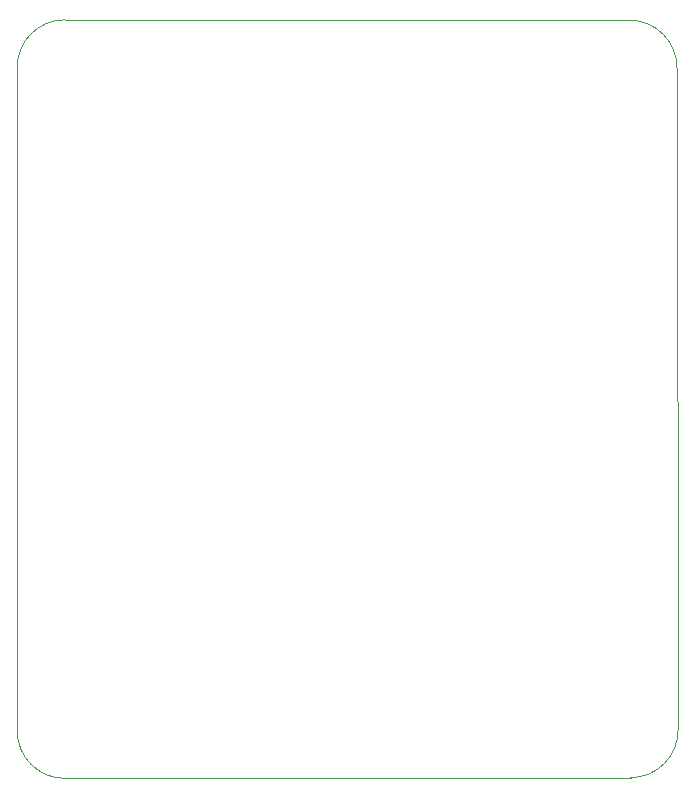
<source format=gbr>
%TF.GenerationSoftware,KiCad,Pcbnew,7.0.9*%
%TF.CreationDate,2024-03-05T03:29:11-06:00*%
%TF.ProjectId,Sensor PCB,53656e73-6f72-4205-9043-422e6b696361,rev?*%
%TF.SameCoordinates,Original*%
%TF.FileFunction,Profile,NP*%
%FSLAX46Y46*%
G04 Gerber Fmt 4.6, Leading zero omitted, Abs format (unit mm)*
G04 Created by KiCad (PCBNEW 7.0.9) date 2024-03-05 03:29:11*
%MOMM*%
%LPD*%
G01*
G04 APERTURE LIST*
%TA.AperFunction,Profile*%
%ADD10C,0.100000*%
%TD*%
G04 APERTURE END LIST*
D10*
X97899972Y-120940000D02*
G75*
G03*
X101931128Y-124971128I4031128J0D01*
G01*
X101931128Y-60740000D02*
G75*
G03*
X97900000Y-64771128I-28J-4031100D01*
G01*
X153762272Y-64802256D02*
G75*
G03*
X149731128Y-60771128I-4031172J-44D01*
G01*
X97900000Y-64771128D02*
X97900000Y-120940000D01*
X149831128Y-124908856D02*
G75*
G03*
X153862256Y-120877744I-28J4031156D01*
G01*
X149731128Y-60771128D02*
X101931128Y-60740000D01*
X153862256Y-120877744D02*
X153762256Y-64802256D01*
X101931128Y-124971128D02*
X149831128Y-124908872D01*
M02*

</source>
